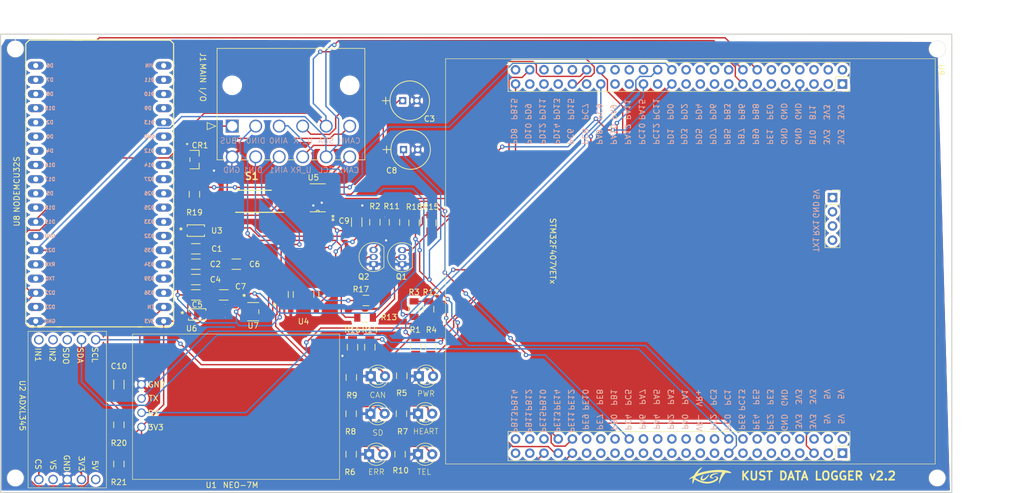
<source format=kicad_pcb>
(kicad_pcb (version 20240108) (generator "pcbnew") (generator_version "8.0")
  (layers (0 "F.Cu" signal) (31 "B.Cu" signal) (34 "B.Paste" user) (35 "F.Paste" user) (36 "B.SilkS" user "B.Silkscreen") (37 "F.SilkS" user "F.Silkscreen") (38 "B.Mask" user) (39 "F.Mask" user) (44 "Edge.Cuts" user))
  (net 0 "")
  (net 1 "GND")
  (net 2 "Net-(D1-A)")
  (net 3 "Net-(D2-A)")
  (net 4 "Net-(D3-A)")
  (net 5 "Net-(D4-A)")
  (net 6 "Net-(D5-A)")
  (net 7 "Net-(D6-A)")
  (net 8 "VBUS")
  (net 9 "/DIN0")
  (net 10 "/AIN0")
  (net 11 "/LOG_UART_TX")
  (net 12 "/ESP_I2C_SDA")
  (net 13 "/CANH")
  (net 14 "/DIN1")
  (net 15 "/AIN1")
  (net 16 "/LOG_UART_RX")
  (net 17 "/ESP_I2C_SCL")
  (net 18 "/CANL")
  (net 19 "Net-(Q1-B)")
  (net 20 "/STM_DIN0")
  (net 21 "Net-(Q2-B)")
  (net 22 "/STM_DIN1")
  (net 23 "/VSENSE")
  (net 24 "/STM_AIN0")
  (net 25 "+3.3V")
  (net 26 "/LED_ERR")
  (net 27 "/LED_HEARTBEAT")
  (net 28 "/LED_SD")
  (net 29 "/LED_CAN")
  (net 30 "/LED_TELEMETRY")
  (net 31 "/STM_AIN1")
  (net 32 "/GPS_UART_TX")
  (net 33 "/GPS_UART_RX")
  (net 34 "/CTX")
  (net 35 "/CRX")
  (net 36 "/ESP_COMM")
  (net 37 "/ACC_I2C_SCL")
  (net 38 "/ACC_I2C_SDA")
  (net 39 "/5V")
  (net 40 "Net-(U7-BYP)")
  (net 41 "Net-(R19-Pad2)")
  (net 97 "unconnected-(U9-PD2-Pad83)")
  (net 99 "unconnected-(U9-PD4-Pad85)")
  (net 103 "Net-(C10-Pad2)")
  (footprint "RC1206FR_0710KL:RC1206N_YAG" (layer "F.Cu") (at 110.6 99.6 90)
    (property "Reference" "R14")
    (property "Value" "470" (hide yes))
  )
  (footprint "LED_THT:LED_D3.0mm" (layer "F.Cu") (at 119.36 104.793)
    (property "Reference" "D1" (hide yes))
    (property "Value" "PWR" (hide yes))
  )
  (footprint "SN65HVD1050DR:D8" (layer "F.Cu") (at 101.2862 72.885 180)
    (property "Reference" "U5")
    (property "Value" "SN65HVD1050DR" (hide yes))
  )
  (footprint "footprints:GPS_MODULE" (layer "F.Cu") (at 87.5 110.0242)
    (property "Reference" "U1")
    (property "Value" "NEO-7M")
  )
  (footprint "RC1206FR_0710KL:RC1206N_YAG" (layer "F.Cu") (at 79.25 72.2528 -90)
    (property "Reference" "R19")
    (property "Value" "120k" (hide yes))
  )
  (footprint "RC1206FR_0710KL:RC1206N_YAG" (layer "F.Cu") (at 118.5 92.8 90)
    (property "Reference" "R3")
    (property "Value" "470" (hide yes))
  )
  (footprint "footprints:NODEMCU32S" (layer "F.Cu") (at 61.939 70.566 180)
    (property "Reference" "U8")
    (property "Value" "NODEMCU32S")
  )
  (footprint "RC1206FR_0710KL:RC1206N_YAG" (layer "F.Cu") (at 109.75 94.25 180)
    (property "Reference" "R13")
    (property "Value" "1k" (hide yes))
  )
  (footprint "LED_THT:LED_D3.0mm" (layer "F.Cu") (at 110.76 104.8)
    (property "Reference" "D5" (hide yes))
    (property "Value" "CAN" (hide yes))
  )
  (footprint "LED_THT:LED_D3.0mm" (layer "F.Cu") (at 110.71 111.5028)
    (property "Reference" "D4" (hide yes))
    (property "Value" "SD" (hide yes))
  )
  (footprint "CL31B106KOHNNWE:CAP_CL31_SAM" (layer "F.Cu") (at 108.25 77.222199 -90)
    (property "Reference" "C9")
    (property "Value" "0.1uF")
  )
  (footprint "RC1206FR_0710KL:RC1206N_YAG" (layer "F.Cu") (at 118.5 77.353 90)
    (property "Reference" "R18")
    (property "Value" "1k" (hide yes))
  )
  (footprint "RC1206FR_0710KL:RC1206N_YAG" (layer "F.Cu") (at 115 77.2528 -90)
    (property "Reference" "R11")
    (property "Value" "1.3k" (hide yes))
  )
  (footprint "RC1206FR_0710KL:RC1206N_YAG" (layer "F.Cu") (at 121.5 77.353 -90)
    (property "Reference" "R15")
    (property "Value" "1k" (hide yes))
  )
  (footprint "39301121:CON_39301121" (layer "F.Cu") (at 86.000042 60.052801 180)
    (property "Reference" "J1")
    (property "Value" "MAIN I/O")
  )
  (footprint "RC1206FR_0710KL:RC1206N_YAG" (layer "F.Cu") (at 107.25 118.7528 -90)
    (property "Reference" "R6")
    (property "Value" "220" (hide yes))
  )
  (footprint "CL31B106KOHNNWE:CAP_CL31_SAM" (layer "F.Cu") (at 79.5 87.5028)
    (property "Reference" "C4")
    (property "Value" "1uF" (hide yes))
  )
  (footprint "LED_THT:LED_D3.0mm" (layer "F.Cu") (at 119.21 111.5028)
    (property "Reference" "D3" (hide yes))
    (property "Value" "HEARTBEAT" (hide yes))
  )
  (footprint "MMSD4148T1G:SOD-123_ONS" (layer "F.Cu") (at 79.5 78.7528)
    (property "Reference" "U3")
    (property "Value" "MMSD4148T1G" (hide yes))
  )
  (footprint "ESDA6V1LY:SOT23-3L_STM" (layer "F.Cu") (at 79.266 66.049999 -90)
    (property "Reference" "CR1")
    (property "Value" "CDSOT23-T24CAN" (hide yes))
  )
  (footprint "RC1206FR_0710KL:RC1206N_YAG" (layer "F.Cu") (at 107.288 105.017 -90)
    (property "Reference" "R9")
    (property "Value" "220" (hide yes))
  )
  (footprint "MIC5219_3_3YM5_TR:SOT-23-5_M5_MCH" (layer "F.Cu") (at 89.75 93.2528)
    (property "Reference" "U7")
    (property "Value" "MIC5219-3.3YM5-TR" (hide yes))
  )
  (footprint "CL31B106KOHNNWE:CAP_CL31_SAM" (layer "F.Cu") (at 65.75 106.277801 90)
    (property "Reference" "C10")
    (property "Value" "10uF")
  )
  (footprint "RC1206FR_0710KL:RC1206N_YAG" (layer "F.Cu") (at 116.299 104.713 -90)
    (property "Reference" "R5")
    (property "Value" "220" (hide yes))
  )
  (footprint "RC1206FR_0710KL:RC1206N_YAG" (layer "F.Cu") (at 109.897 91.25 180)
    (property "Reference" "R17")
    (property "Value" "1k" (hide yes))
  )
  (footprint "RC1206FR_0710KL:RC1206N_YAG" (layer "F.Cu") (at 107.5 99.6 -90)
    (property "Reference" "R16")
    (property "Value" "910" (hide yes))
  )
  (footprint "RC1206FR_0710KL:RC1206N_YAG" (layer "F.Cu") (at 116.25 111.5028 -90)
    (property "Reference" "R7")
    (property "Value" "220" (hide yes))
  )
  (footprint "RC1206FR_0710KL:RC1206N_YAG" (layer "F.Cu") (at 65.75 113.5 90)
    (property "Reference" "R20")
    (property "Value" "2.7k" (hide yes))
  )
  (footprint "RC1206FR_0710KL:RC1206N_YAG" (layer "F.Cu") (at 118.8 99.4 -90)
    (property "Reference" "R1")
    (property "Value" "2.7K" (hide yes))
  )
  (footprint "RC1206FR_0710KL:RC1206N_YAG" (layer "F.Cu") (at 65.75 120.5 -90)
    (property "Reference" "R21")
    (property "Value" "2.7k" (hide yes))
  )
  (footprint "LED_THT:LED_D3.0mm" (layer "F.Cu") (at 119.21 118.7528)
    (property "Reference" "D6" (hide yes))
    (property "Value" "TELEMETRY" (hide yes))
  )
  (footprint "Package_TO_SOT_THT:TO-92_Inline" (layer "F.Cu") (at 116.36 84.77 90)
    (property "Reference" "Q1" (hide yes))
    (property "Value" "2N3904" (hide yes))
  )
  (footprint "CL31B106KOHNNWE:CAP_CL31_SAM" (layer "F.Cu") (at 79.5 90.2528)
    (property "Reference" "C5")
    (property "Value" "1uF" (hide yes))
  )
  (footprint "MMSD4148T1G:SOD-123_ONS" (layer "F.Cu") (at 79.75 93.7528)
    (property "Reference" "U6")
    (property "Value" "MMSD4148T1G" (hide yes))
  )
  (footprint "ESK107M025AE3EA:CAP_ESK_E3_KEM" (layer "F.Cu") (at 116.46 55.5028)
    (property "Reference" "C3")
    (property "Value" "220uF")
  )
  (footprint "CL31B106KOHNNWE:CAP_CL31_SAM" (layer "F.Cu") (at 79.5 82.0028 180)
    (property "Reference" "C1")
    (property "Value" "10uF" (hide yes))
  )
  (footprint "RC1206FR_0710KL:RC1206N_YAG" (layer "F.Cu") (at 121.1 92.8 -90)
    (property "Reference" "R12")
    (property "Value" "910" (hide yes))
  )
  (footprint "LIB_CFS-0102MB:SOD10040X470N" (layer "F.Cu") (at 89.8 73.5 180)
    (property "Reference" "S1")
    (property "Value" "CFS-0102MB" (hide yes))
  )
  (footprint "footprints:STM32F407_HOLDER" (layer "F.Cu") (at 167.5 83 -90)
    (property "Reference" "U9")
    (property "Value" "STM32F407VETx")
  )
  (footprint "CL31B106KOHNNWE:CAP_CL31_SAM" (layer "F.Cu") (at 79.5 84.7528 180)
    (property "Reference" "C2")
    (property "Value" "10uF")
  )
  (footprint "ESK107M025AE3EA:CAP_ESK_E3_KEM" (layer "F.Cu") (at 116.615 64.2528)
    (property "Reference" "C8")
    (property "Value" "220uF")
  )
  (footprint "CL31B106KOHNNWE:CAP_CL31_SAM" (layer "F.Cu") (at 84.5 90.2528)
    (property "Reference" "C7")
    (property "Value" "1uF" (hide yes))
  )
  (footprint "RC1206FR_0710KL:RC1206N_YAG" (layer "F.Cu") (at 111.5 77.2528 90)
    (property "Reference" "R2")
    (property "Value" "9.1k" (hide yes))
  )
  (footprint "RC1206FR_0710KL:RC1206N_YAG" (layer "F.Cu") (at 107.25 111.5028 -90)
    (property "Reference" "R8")
    (property "Value" "220" (hide yes))
  )
  (footprint "KUST_logo:logo2_KICAD" (layer "F.Cu") (at 171.5 122.7528)
    (property "Reference" "G***" (hide yes))
    (property "Value" "LOGO" (hide yes))
  )
  (footprint "RC1206FR_0710KL:RC1206N_YAG" (layer "F.Cu") (at 116 118.7528 -90)
    (property "Reference" "R10")
    (property "Value" "220" (hide yes))
  )
  (footprint "LED_THT:LED_D3.0mm" (layer "F.Cu") (at 110.46 118.7528)
    (property "Reference" "D2" (hide yes))
    (property "Value" "ERR" (hide yes))
  )
  (footprint "RC1206FR_0710KL:RC1206N_YAG" (layer "F.Cu") (at 121.5 99.4 -90)
    (property "Reference" "R4")
    (property "Value" "2.7K" (hide yes))
  )
  (footprint "Package_TO_SOT_THT:TO-92_Inline" (layer "F.Cu") (at 111.26 84.74 90)
    (property "Reference" "Q2")
    (property "Value" "2N3904" (hide yes))
  )
  (footprint "TLV1117_50IKVURG3:KVU3" (layer "F.Cu") (at 98.75 85.9052)
    (property "Reference" "U4")
    (property "Value" "TLV1117-50IKVURG3" (hide yes))
  )
  (footprint "footprints:ADXL345_MODULE" (layer "F.Cu") (at 56 111.25 -90)
    (property "Reference" "U2")
    (property "Value" "ADXL345")
  )
  (footprint "CL31B106KOHNNWE:CAP_CL31_SAM" (layer "F.Cu") (at 86.722199 84.7528)
    (property "Reference" "C6")
    (property "Value" "470pF" (hide yes))
  )
  (gr_circle (center 47.25 123.0028) (end 48.75 123.0028) (stroke (width 0.05)) (fill none) (layer "Edge.Cuts"))
  (gr_rect (start 44.6 43.6028) (end 214.6 125.6028) (stroke (width 0.2)) (fill none) (layer "Edge.Cuts"))
  (gr_circle (center 212 123.0028) (end 213.5 123.0028) (stroke (width 0.05)) (fill none) (layer "Edge.Cuts"))
  (gr_circle (center 212 46.2528) (end 213.5 46.2528) (stroke (width 0.05)) (fill none) (layer "Edge.Cuts"))
  (gr_circle (center 47.25 46.2528) (end 48.75 46.2528) (stroke (width 0.05)) (fill none) (layer "Edge.Cuts"))
  (gr_text "U_TX" (at 100.5 63.2528 0) (layer "B.SilkS") (effects (font (size 1 1) (thickness 0.1)) (justify left bottom mirror)))
  (gr_text "U_RX\n" (at 100.25 68.5028 0) (layer "B.SilkS") (effects (font (size 1 1) (thickness 0.1)) (justify left bottom mirror)))
  (gr_text "CANH" (at 109 63.2528 0) (layer "B.SilkS") (effects (font (size 1 1) (thickness 0.1)) (justify left bottom mirror)))
  (gr_text "AIN0" (at 96 63.2528 0) (layer "B.SilkS") (effects (font (size 1 1) (thickness 0.1)) (justify left bottom mirror)))
  (gr_text "SCL" (at 104.25 68.5028 0) (layer "B.SilkS") (effects (font (size 1 1) (thickness 0.1)) (justify left bottom mirror)))
  (gr_text "VBUS" (at 87.75 63.2528 0) (layer "B.SilkS") (effects (font (size 1 1) (thickness 0.1)) (justify left bottom mirror)))
  (gr_text "GND" (at 87.5 68.5028 0) (layer "B.SilkS") (effects (font (size 1 1) (thickness 0.1)) (justify left bottom mirror)))
  (gr_text "CANL" (at 108.75 68.5028 0) (layer "B.SilkS") (effects (font (size 1 1) (thickness 0.1)) (justify left bottom mirror)))
  (gr_text "SDA" (at 104.25 63.2528 0) (layer "B.SilkS") (effects (font (size 1 1) (thickness 0.1)) (justify left bottom mirror)))
  (gr_text "DIN1" (at 91.5 68.5028 0) (layer "B.SilkS") (effects (font (size 1 1) (thickness 0.1)) (justify left bottom mirror)))
  (gr_text "AIN1" (at 96 68.5028 0) (layer "B.SilkS") (effects (font (size 1 1) (thickness 0.1)) (justify left bottom mirror)))
  (gr_text "DIN0" (at 92 63.2528 0) (layer "B.SilkS") (effects (font (size 1 1) (thickness 0.1)) (justify left bottom mirror)))
  (gr_text "KUST DATA LOGGER v2.2" (at 176.75 123.5028 0) (layer "F.SilkS") (effects (font (size 1.5 1.5) (thickness 0.3) (bold yes)) (justify left bottom)))
  (gr_text "SD" (at 111 115.5028 0) (layer "F.SilkS") (effects (font (size 1 1) (thickness 0.1)) (justify left bottom)))
  (gr_text "ERR" (at 110.25 122.5028 0) (layer "F.SilkS") (effects (font (size 1 1) (thickness 0.1)) (justify left bottom)))
  (gr_text "PWR\n" (at 119 108.5028 0) (layer "F.SilkS") (effects (font (size 1 1) (thickness 0.1)) (justify left bottom)))
  (gr_text "CAN" (at 110.5 108.7528 0) (layer "F.SilkS") (effects (font (size 1 1) (thickness 0.1)) (justify left bottom)))
  (gr_text "TEL\n" (at 119 122.5028 0) (layer "F.SilkS") (effects (font (size 1 1) (thickness 0.1)) (justify left bottom)))
  (gr_text "HEART" (at 118.25 115.2528 0) (layer "F.SilkS") (effects (font (size 1 1) (thickness 0.1)) (justify left bottom)))
  (segment (start 187.5 55.2528) (end 187.439 55.1918) (width 0.25) (layer "F.Cu") (net 1))
  (segment (start 113.5 80.1498) (end 115 78.6498) (width 0.25) (layer "F.Cu") (net 1))
  (segment (start 103.5172 73.7528) (end 103.75 73.52) (width 0.25) (layer "F.Cu") (net 1))
  (segment (start 81.027801 87.5028) (end 81.027801 90.2528) (width 0.25) (layer "F.Cu") (net 1))
  (segment (start 102 73.7528) (end 103.5172 73.7528) (width 0.25) (layer "F.Cu") (net 1))
  (segment (start 107.3412 101.1558) (end 107.5 100.997) (width 0.25) (layer "F.Cu") (net 1))
  (segment (start 108.25 75.694398) (end 108.25 75.2528) (width 0.25) (layer "F.Cu") (net 1))
  (segment (start 89.1237 93.2528) (end 89.75 93.8791) (width 0.25) (layer "F.Cu") (net 1))
  (segment (start 77.972199 85.8028) (end 79.775179 85.8028) (width 0.25) (layer "F.Cu") (net 1))
  (segment (start 115 78.6498) (end 114.683522 78.6498) (width 0.25) (layer "F.Cu") (net 1))
  (segment (start 99.9628 74.79) (end 100.5 74.2528) (width 0.25) (layer "F.Cu") (net 1))
  (segment (start 84.75 92.0028) (end 86.027801 90.724999) (width 0.25) (layer "F.Cu") (net 1))
  (segment (start 105.7 101.1558) (end 107.3412 101.1558) (width 0.25) (layer "F.Cu") (net 1))
  (segment (start 81.027801 87.5028) (end 82.027801 88.5028) (width 0.25) (layer "F.Cu") (net 1))
  (segment (start 82.027801 88.5028) (end 85.327801 88.5028) (width 0.25) (layer "F.Cu") (net 1))
  (segment (start 77.972199 84.7528) (end 77.972199 85.8028) (width 0.25) (layer "F.Cu") (net 1))
  (segment (start 79.775179 85.8028) (end 81.027801 87.055422) (width 0.25) (layer "F.Cu") (net 1))
  (segment (start 88.75 95.5028) (end 86 95.5028) (width 0.25) (layer "F.Cu") (net 1))
  (segment (start 113.25 77.0028) (end 113.25 76.5808) (width 0.25) (layer "F.Cu") (net 1))
  (segment (start 86.027801 90.724999) (end 86.027801 90.2528) (width 0.25) (layer "F.Cu") (net 1))
  (segment (start 80.774693 66.049999) (end 82.738747 68.014053) (width 0.25) (layer "F.Cu") (net 1))
  (segment (start 77.972199 82.0028) (end 77.972199 84.7528) (width 0.25) (layer "F.Cu") (net 1))
  (segment (start 113.5 80.5028) (end 113.5 80.1498) (width 0.25) (layer "F.Cu") (net 1))
  (segment (start 103.75 73.52) (end 104.4612 73.52) (width 0.25) (layer "F.Cu") (net 1))
  (segment (start 102 74.96) (end 102.734398 75.694398) (width 0.25) (layer "F.Cu") (net 1))
  (segment (start 113.25 77.216278) (end 113.25 77.0028) (width 0.25) (layer "F.Cu") (net 1))
  (segment (start 89.75 93.8791) (end 89.75 94.5028) (width 0.25) (layer "F.Cu") (net 1))
  (segment (start 113.25 76.5808) (end 113.25 76.3308) (width 0.25) (layer "F.Cu") (net 1))
  (segment (start 85.327801 88.5028) (end 86.027801 89.2028) (width 0.25) (layer "F.Cu") (net 1))
  (segment (start 80.282 66.049999) (end 80.774693 66.049999) (width 0.25) (layer "F.Cu") (net 1))
  (segment (start 88.38475 93.2528) (end 89.1237 93.2528) (width 0.25) (layer "F.Cu") (net 1))
  (segment (start 86 95.5028) (end 84.75 94.2528) (width 0.25) (layer "F.Cu") (net 1))
  (segment (start 98.8224 74.79) (end 99.9628 74.79) (width 0.25) (layer "F.Cu") (net 1))
  (segment (start 187.439 52.52) (end 187.439 55.1918) (width 0.25) (layer "F.Cu") (net 1))
  (segment (start 89.75 94.5028) (end 88.75 95.5028) (width 0.25) (layer "F.Cu") (net 1))
  (segment (start 86.027801 89.2028) (end 86.027801 90.2528) (width 0.25) (layer "F.Cu") (net 1))
  (segment (start 81.027801 87.055422) (end 81.027801 87.5028) (width 0.25) (layer "F.Cu") (net 1))
  (segment (start 114.683522 78.6498) (end 113.25 77.216278) (width 0.25) (layer "F.Cu") (net 1))
  (segment (start 108.25 75.2528) (end 109.25 74.2528) (width 0.25) (layer "F.Cu") (net 1))
  (segment (start 102.734398 75.694398) (end 108.25 75.694398) (width 0.25) (layer "F.Cu") (net 1))
  (segment (start 102 73.7528) (end 102 74.96) (width 0.25) (layer "F.Cu") (net 1))
  (via (at 105.7 101.1558) (size 0.8) (drill 0.4) (layers "F.Cu" "B.Cu") (net 1))
  (via (at 113.5 80.5028) (size 0.8) (drill 0.4) (layers "F.Cu" "B.Cu") (net 1))
  (via (at 109.25 74.2528) (size 0.8) (drill 0.4) (layers "F.Cu" "B.Cu") (net 1))
  (via (at 100.5 74.2528) (size 0.8) (drill 0.4) (layers "F.Cu" "B.Cu") (net 1))
  (via micro (at 84.75 94.2528) (size 0.3) (drill 0.1) (layers "F.Cu" "B.Cu") (net 1))
  (via micro (at 113.25 76.3308) (size 0.3) (drill 0.1) (layers "F.Cu" "B.Cu") (net 1))
  (via (at 82.738747 68.014053) (size 0.8) (drill 0.4) (layers "F.Cu" "B.Cu") (net 1))
  (via (at 94.25 81.5028) (size 0.8) (drill 0.4) (layers "F.Cu" "B.Cu") (net 1))
  (via (at 102 73.7528) (size 0.8) (drill 0.4) (layers "F.Cu" "B.Cu") (net 1))
  (via micro (at 84.75 92.0028) (size 0.3) (drill 0.1) (layers "F.Cu" "B.Cu") (net 1))
  (segment (start 110.5 117.0028) (end 110.46 117.0428) (width 0.25) (layer "B.Cu") (net 1))
  (segment (start 111.985 106.025) (end 110.76 104.8) (width 0.25) (layer "B.Cu") (net 1))
  (segment (start 102 74.0028) (end 102 73.7528) (width 0.25) (layer "B.Cu") (net 1))
  (segment (start 85 68.0028) (end 85.950003 67.052797) (width 0.25) (layer "B.Cu") (net 1))
  (segment (start 101 81.2528) (end 104.5 84.7528) (width 0.25) (layer "B.Cu") (net 1))
  (segment (start 110.76 104.8) (end 110.76 111.377) (width 0.25) (layer "B.Cu") (net 1))
  (segment (start 111.8592 110.2778) (end 113.757412 110.2778) (width 0.25) (layer "B.Cu") (net 1))
  (segment (start 110.637 111.5) (end 111.8592 110.2778) (width 0.25) (layer "B.Cu") (net 1))
  (segment (start 101 81.2528) (end 100.3028 81.95) (width 0.25) (layer "B.Cu") (net 1))
  (segment (start 82.738747 68.014053) (end 82.75 68.0028) (width 0.25) (layer "B.Cu") (net 1))
  (segment (start 119.36 104.793) (end 118.128 106.025) (width 0.25) (layer "B.Cu") (net 1))
  (segment (start 110.5 111.637) (end 110.5 117.0028) (width 0.25) (layer "B.Cu") (net 1))
  (segment (start 110.637 111.5) (end 110.5 111.637) (width 0.25) (layer "B.Cu") (net 1))
  (segment (start 110 75.7528) (end 110 75.0028) (width 0.25) (layer "B.Cu") (net 1))
  (segment (start 104.5128 84.74) (end 111.26 84.74) (width 0.25) (layer "B.Cu") (net 1))
  (segment (start 116.135 84.77) (end 113.5 82.135) (width 0.25) (layer "B.Cu") (net 1))
  (segment (start 109.3 104.8) (end 105.7 101.2) (width 0.25) (layer "B.Cu") (net 1))
  (segment (start 113.757412 110.2778) (end 115.075612 111.596) (width 0.25) (layer "B.Cu") (net 1))
  (segment (start 100.3028 81.95) (end 95.1972 81.95) (width 0.25) (layer "B.Cu") (net 1))
  (segment (start 116.36 84.77) (end 116.135 84.77) (width 0.25) (layer "B.Cu") (net 1))
  (segment (start 118.128 106.025) (end 111.985 106.025) (width 0.25) (layer "B.Cu") (net 1))
  (segment (start 101 74.2528) (end 101 81.2528) (width 0.25) (layer "B.Cu") (net 1))
  (segment (start 110.4 117.3528) (end 110.5 117.2528) (width 0.25) (layer "B.Cu") (net 1))
  (segment (start 110.46 117.0428) (end 110.46 118.7528) (width 0.25) (layer "B.Cu") (net 1))
  (segment (start 95.1972 81.95) (end 94.75 81.5028) (width 0.25) (layer "B.Cu") (net 1))
  (segment (start 113.25 76.3308) (end 110.578 76.3308) (width 0.25) (layer "B.Cu") (net 1))
  (segment (start 94.75 81.5028) (end 94.25 81.5028) (width 0.25) (layer "B.Cu") (net 1))
  (segment (start 119.36 111.125) (end 119.36 104.793) (width 0.25) (layer "B.Cu") (net 1))
  (segment (start 82.75 68.0028) (end 85 68.0028) (width 0.25) (layer "B.Cu") (net 1))
  (segment (start 100.5 74.2528) (end 101 74.2528) (width 0.25) (layer "B.Cu") (net 1))
  (segment (start 116.33 84.74) (end 116.36 84.77) (width 0.25) (layer "B.Cu") (net 1))
  (segment (start 110.5 117.0028) (end 110.5 117.2528) (width 0.25) (layer "B.Cu") (net 1))
  (segment (start 104.5 84.7528) (end 104.5128 84.74) (width 0.25) (layer "B.Cu") (net 1))
  (segment (start 115.075612 111.596) (end 118.889 111.596) (width 0.25) (layer "B.Cu") (net 1))
  (segment (start 110.46 118.7528) (end 111.685 119.9778) (width 0.25) (layer "B.Cu") (net 1))
  (segment (start 117.985 119.9778) (end 119.21 118.7528) (width 0.25) (layer "B.Cu") (net 1))
  (segment (start 101 74.2528) (end 101.75 74.2528) (width 0.25) (layer "B.Cu") (net 1))
  (segment (start 101.75 74.2528) (end 102 74.0028) (width 0.25) (layer "B.Cu") (net 1))
  (segment (start 119.21 118.7528) (end 119.21 111.5028) (width 0.25) (layer "B.Cu") (net 1))
  (segment (start 105.7 101.2) (end 105.7 101.1558) (width 0.25) (layer "B.Cu") (net 1))
  (segment (start 118.889 111.596) (end 119.36 111.125) (width 0.25) (layer "B.Cu") (net 1))
  (segment (start 110.76 111.377) (end 110.637 111.5) (width 0.25) (layer "B.Cu") (net 1))
  (segment (start 111.685 119.9778) (end 117.985 119.9778) (width 0.25) (layer "B.Cu") (net 1))
  (segment (start 110 75.0028) (end 109.25 74.2528) (width 0.25) (layer "B.Cu") (net 1))
  (segment (start 110.76 104.8) (end 109.3 104.8) (width 0.25) (layer "B.Cu") (net 1))
  (segment (start 111.26 84.74) (end 116.33 84.74) (width 0.25) (layer "B.Cu") (net 1))
  (segment (start 110.578 76.3308) (end 110 75.7528) (width 0.25) (layer "B.Cu") (net 1))
  (segment (start 113.5 82.135) (end 113.5 80.5028) (width 0.25) (layer "B.Cu") (net 1))
  (segment (start 85.950003 67.052797) (end 85.950003 65.499999) (width 0.25) (layer "B.Cu") (net 1))
  (segment (start 84.75 92.0028) (end 84.75 94.2528) (width 0.25) (layer "B.Cu") (net 1))
  (segment (start 121.4 103.3) (end 121.384 103.316) (width 0.25) (layer "F.Cu") (net 2))
  (segment (start 121.9 103.8) (end 121.4 103.3) (width 0.25) (layer "F.Cu") (net 2))
  (segment (start 121.9 104.793) (end 121.9 103.8) (width 0.25) (layer "F.Cu") (net 2))
  (segment (start 121.384 103.316) (end 116.299 103.316) (width 0.25) (layer "F.Cu") (net 2))
  (segment (start 107.25 117.3558) (end 111.603 117.3558) (width 0.25) (layer "F.Cu") (net 3))
  (segment (start 111.603 117.3558) (end 113 118.7528) (width 0.25) (layer "F.Cu") (net 3))
  (segment (start 120.6042 110.107) (end 116.071 110.107) (width 0.25) (layer "F.Cu") (net 4))
  (segment (start 121.3 111.6) (end 121 111.3) (width 0.25) (layer "F.Cu") (net 4))
  (segment (start 121 110.5028) (end 120.6042 110.107) (width 0.25) (layer "F.Cu") (net 4))
  (segment (start 121 111.3) (end 121 110.5028) (width 0.25) (layer "F.Cu") (net 4))
  (segment (start 113 111.5) (end 112.879 111.379) (width 0.25) (layer "F.Cu") (net 5))
  (segment (start 113.177 111.5) (end 111.907 110.23) (width 0.25) (layer "F.Cu") (net 5))
  (segment (start 111.907 110.23) (end 107.086 110.23) (width 0.25) (layer "F.Cu") (net 5))
  (segment (start 113 111.5) (end 113.177 111.5) (width 0.25) (layer "F.Cu") (net 5))
  (segment (start 113.171 104.302) (end 112.069 103.2) (width 0.25) (layer "F.Cu") (net 6))
  (segment (start 112.069 103.2) (end 111.069896 103.2) (width 0.25) (layer "F.Cu") (net 6))
  (segment (start 111.069896 103.2) (end 111.056096 103.1862) (width 0.25) (layer "F.Cu") (net 6))
  (segment (start 111.056096 103.1862) (end 107.5968 103.1862) (width 0.25) (layer "F.Cu") (net 6))
  (segment (start 113.171 104.992) (end 113.206 105.027) (width 0.25) (layer "F.Cu") (net 6))
  (segment (start 107.5968 103.1862) (end 107.159 103.624) (width 0.25) (layer "F.Cu") (net 6))
  (segment (start 116 117.3558) (end 120.353 117.3558) (width 0.25) (layer "F.Cu") (net 7))
  (segment (start 120.353 117.3558) (end 121.75 118.7528) (width 0.25) (layer "F.Cu") (net 7))
  (segment (start 81.75 82.0028) (end 85.5 78.2528) (width 0.25) (layer "F.Cu") (net 8))
  (segment (start 110.647 79.5028) (end 110.5 79.5028) (width 0.25) (layer "F.Cu") (net 8))
  (segment (start 104.5 88.8547) (end 104.5 82.5028) (width 0.25) (layer "F.Cu") (net 8))
  (segment (start 108.5 79.7528) (end 110.25 79.7528) (width 0.25) (layer "F.Cu") (net 8))
  (segment (start 76.5 65.0028) (end 76.5 77.4292) (width 0.25) (layer "F.Cu") (net 8))
  (segment (start 89.25 78.2528) (end 85.5 78.2528) (width 0.25) (layer "F.Cu") (net 8))
  (segment (start 107.5 80.7528) (end 108.5 79.7528) (width 0.25) (layer "F.Cu") (net 8))
  (segment (start 77.8236 77.6792) (end 77.8236 78.7528) (width 0.25) (layer "F.Cu") (net 8))
  (segment (start 101.036 92.3187) (end 104.5 88.8547) (width 0.25) (layer "F.Cu") (net 8))
  (segment (start 111.5 78.6498) (end 110.647 79.5028) (width 0.25) (layer "F.Cu") (net 8))
  (segment (start 85.5 78.2528) (end 84 76.7528) (width 0.25) (layer "F.Cu") (net 8))
  (segment (start 81.449999 60.052801) (end 76.5 65.0028) (width 0.25) (layer "F.Cu") (net 8))
  (segment (start 110.5 79.5028) (end 110.25 79.7528) (width 0.25) (layer "F.Cu") (net 8))
  (segment (start 86.000042 60.052801) (end 81.449999 60.052801) (width 0.25) (layer "F.Cu") (net 8))
  (segment (start 76.5 77.4292) (end 77.505402 78.434602) (width 0.25) (layer "F.Cu") (net 8))
  (segment (start 78.75 76.7528) (end 77.8236 77.6792) (width 0.25) (layer "F.Cu") (net 8))
  (segment (start 81.027801 82.0028) (end 81.027801 84.7528) (width 0.25) (layer "F.Cu") (net 8))
  (segment (start 81.027801 82.0028) (end 81.75 82.0028) (width 0.25) (layer "F.Cu") (net 8))
  (segment (start 84 76.7528) (end 78.75 76.7528) (width 0.25) (layer "F.Cu") (net 8))
  (segment (start 90.75 79.7528) (end 89.25 78.2528) (width 0.25) (layer "F.Cu") (net 8))
  (segment (start 110.25 79.7528) (end 90.75 79.7528) (width 0.25) (layer "F.Cu") (net 8))
  (via (at 107.5 80.7528) (size 0.8) (drill 0.4) (layers "F.Cu" "B.Cu") (net 8))
  (via (at 104.5 82.5028) (size 0.8) (drill 0.4) (layers "F.Cu" "B.Cu") (net 8))
  (segment (start 85.950003 60.002762) (end 86.000042 60.052801) (width 0.25) (layer "B.Cu") (net 8))
  (segment (start 106.25 80.7528) (end 104.5 82.5028) (width 0.25) (layer "B.Cu") (net 8))
  (segment (start 85.950003 60) (end 85.950003 60.002762) (width 0.25) (layer "B.Cu") (net 8))
  (segment (start 107.5 80.7528) (end 106.25 80.7528) (width 0.25) (layer "B.Cu") (net 8))
  (segment (start 105.5 81.5028) (end 105.5 93.5028) (width 0.25) (layer "F.Cu") (net 9))
  (segment (start 104.4972 80.5) (end 105.5 81.5028) (width 0.25) (layer "F.Cu") (net 9))
  (segment (start 88.75 79.5028) (end 89.7472 80.5) (width 0.25) (layer "F.Cu") (net 9))
  (segment (start 105.5 93.5028) (end 106.2472 94.25) (width 0.25) (layer "F.Cu") (net 9))
  (segment (start 106.2472 94.25) (end 108.353 94.25) (width 0.25) (layer "F.Cu") (net 9))
  (segment (start 88.75 79.25) (end 88.75 79.5028) (width 0.25) (layer "F.Cu") (net 9))
  (segment (start 89.7472 80.5) (end 104.4972 80.5) (width 0.25) (layer "F.Cu") (net 9))
  (via (at 88.75 79.25) (size 0.8) (drill 0.4) (layers "F.Cu" "B.Cu") (net 9))
  (segment (start 87.425003 64.927803) (end 87.425003 62.724999) (width 0.25) (layer "B.Cu") (net 9))
  (segment (start 87.425003 62.724999) (end 90.150002 60) (width 0.25) (layer "B.Cu") (net 9))
  (segment (start 88.75 66.2528) (end 87.425003 64.927803) (width 0.25) (layer "B.Cu") (net 9))
  (segment (start 88.75 79.25) (end 88.75 66.2528) (width 0.25) (layer "B.Cu") (net 9))
  (segment (start 94.40004 60.052801) (end 94.40004 60.050039) (width 0.25) (layer "F.Cu") (net 10))
  (segment (start 118.053 93.75) (end 118.5 94.197) (width 0.25) (layer "F.Cu") (net 10))
  (segment (start 94.40004 60.050039) (end 94.350001 60) (width 0.25) (layer "F.Cu") (net 10))
  (segment (start 116.5 93.75) (end 118.053 93.75) (width 0.25) (layer "F.Cu") (net 10))
  (segment (start 94.543698 59.472199) (end 94.754 59.682501) (width 0.25) (layer "F.Cu") (net 10))
  (segment (start 94.922202 59.472199) (end 95.200003 59.75) (width 0.25) (layer "F.Cu") (net 10))
  (via (at 116.5 93.75) (size 0.8) (drill 0.4) (layers "F.Cu" "B.Cu") (net 10))
  (segment (start 100.5 64.523654) (end 100.5 66.2528) (width 0.25) (layer "B.Cu") (net 10))
  (segment (start 118.25 71.2528) (end 120.25 73.2528) (width 0.25) (layer "B.Cu") (net 10))
  (segment (start 116.25 93.5) (end 116.5 93.75) (width 0.25) (layer "B.Cu") (net 10))
  (segment (start 94.350001 60) (end 95.976346 60) (width 0.25) (layer "B.Cu") (net 10))
  (segment (start 100.5 66.2528) (end 102 67.7528) (width 0.25) (layer "B.Cu") (net 10))
  (segment (start 116.25 91.5) (end 116.25 93.5) (width 0.25) (layer "B.Cu") (net 10))
  (segment (start 105 67.7528) (end 106 68.7528) (width 0.25) (layer "B.Cu") (net 10))
  (segment (start 106 68.7528) (end 106 72.0028) (width 0.25) (layer "B.Cu") (net 10))
  (segment (start 113 71.2528) (end 118.25 71.2528) (width 0.25) (layer "B.Cu") (net 10))
  (segment (start 95.976346 60) (end 100.5 64.523654) (width 0.25) (layer "B.Cu") (net 10))
  (segment (start 106.5 72.5028) (end 111.75 72.5028) (width 0.25) (layer "B.Cu") (net 10))
  (segment (start 106 72.0028) (end 106.5 72.5028) (width 0.25) (layer "B.Cu") (net 10))
  (segment (start 120.25 73.2528) (end 120.25 87.5) (width 0.25) (layer "B.Cu") (net 10))
  (segment (start 120.25 87.5) (end 116.25 91.5) (width 0.25) (layer "B.Cu") (net 10))
  (segment (start 102 67.7528) (end 105 67.7528) (width 0.25) (layer "B.Cu") (net 10))
  (segment (start 111.75 72.5028) (end 113 71.2528) (width 0.25) (layer "B.Cu") (net 10))
  (segment (start 104.5 58.470803) (end 104.5 60.438806) (width 0.25) (layer "F.Cu") (net 11))
  (segment (start 150.704 50.546) (end 150.704 49.454) (width 0.25) (layer "F.Cu") (net 11))
  (segment (start 147.7528 46.5028) (end 112.75 46.5028) (width 0.25) (layer "F.Cu") (net 11))
  (segment (start 100.050001 61.5) (end 98.550001 60) (width 0.25) (layer "F.Cu") (net 11))
  (segment (start 103.411005 61.527801) (end 102.189073 61.527801) (width 0.25) (layer "F.Cu") (net 11))
  (segment (start 147.677299 52.52) (end 149.042299 51.155) (width 0.25) (layer "F.Cu") (net 11))
  (segment (start 112.75 46.5028) (end 111.5 47.7528) (width 0.25) (layer "F.Cu") (net 11))
  (segment (start 104.5 60.438806) (end 103.411005 61.527801) (width 0.25) (layer "F.Cu") (net 11))
  (segment (start 111.5 47.7528) (end 111.5 51.470803) (width 0.25) (layer "F.Cu") (net 11))
  (segment (start 111.5 51.470803) (end 104.5 58.470803) (width 0.25) (layer "F.Cu") (net 11))
  (segment (start 102.161272 61.5) (end 100.050001 61.5) (width 0.25) (layer "F.Cu") (net 11))
  (segment (start 149.042299 51.155) (end 150.095 51.155) (width 0.25) (layer "F.Cu") (net 11))
  (segment (start 150.095 51.155) (end 150.704 50.546) (width 0.25) (layer "F.Cu") (net 11))
  (segment (start 102.189073 61.527801) (end 102.161272 61.5) (width 0.25) (layer "F.Cu") (net 11))
  (segment (start 146.799 52.52) (end 147.677299 52.52) (width 0.25) (layer "F.Cu") (net 11))
  (segment (start 150.704 49.454) (end 147.7528 46.5028) (width 0.25) (layer "F.Cu") (net 11))
  (segment (start 51.5762 78.6738) (end 49.5762 78.6738) (width 0.25) (layer "F.Cu") (net 12))
  (segment (start 81.0028 57.75) (end 77 61.7528) (width 0.25) (layer "F.Cu") (net 12))
  (segment (start 175.914 49.493299) (end 172.670701 46.25) (width 0.25) (layer "F.Cu") (net 12))
  (segment (start 49.5 121.7528) (end 48.75 121.0028) (width 0.25) (layer "F.Cu") (net 12))
  (segment (start 50.956299 124.447) (end 49.5 122.990701) (width 0.25) (layer "F.Cu") (net 12))
  (segment (start 49.5762 78.6738) (end 48 80.25) (width 0.25) (layer "F.Cu") (net 12))
  (segment (start 64.6999 121.897) (end 63.553 120.7501) (width 0.25) (layer "F.Cu") (net 12))
  (segment (start 48 80.25) (end 48 87.75) (width 0.25) (layer "F.Cu") (net 12))
  (segment (start 177.279 52.52) (end 175.914 51.155) (width 0.25) (layer "F.Cu") (net 12))
  (segment (start 77 63.396608) (end 74.646608 65.75) (width 0.25) (layer "F.Cu") (net 12))
  (segment (start 155.563604 46.813604) (end 154.0028 45.2528) (width 0.25) (layer "F.Cu") (net 12))
  (segment (start 63.553 120.7501) (end 61.2499 120.7501) (width 0.25) (layer "F.Cu") (net 12))
  (segment (start 65.75 121.897) (end 64.6999 121.897) (width 0.25) (layer "F.Cu") (net 12))
  (segment (start 175.914 51.155) (end 175.914 49.493299) (width 0.25) (layer "F.Cu") (net 12))
  (segment (start 170 46.25) (end 169.436396 46.813604) (width 0.25) (layer "F.Cu") (net 12))
  (segment (start 60.238 123.758701) (end 59.549701 124.447) (width 0.25) (layer "F.Cu") (net 12))
  (segment (start 48.75 121.0028) (end 48.75 92.01) (width 0.25) (layer "F.Cu") (net 12))
  (segment (start 172.670701 46.25) (end 170 46.25) (width 0.25) (layer "F.Cu") (net 12))
  (segment (start 154.0028 45.2528) (end 108.4972 45.2528) (width 0.25) (layer "F.Cu") (net 12))
  (segment (start 61.2499 120.7501) (end 60.238 121.762) (width 0.25) (layer "F.Cu") (net 12))
  (segment (start 64.5 65.75) (end 51.5762 78.6738) (width 0.25) (layer "F.Cu") (net 12))
  (segment (start 59.549701 124.447) (end 50.956299 124.447) (width 0.25) (layer "F.Cu") (net 12))
  (segment (start 77 61.7528) (end 77 63.396608) (width 0.25) (layer "F.Cu") (net 12))
  (segment (start 107 46.75) (end 101.75 46.75) (width 0.25) (layer "F.Cu") (net 12))
  (segment (start 50.12 89.87) (end 50.89 89.87) (width 0.25) (layer "F.Cu") (net 12))
  (segment (start 74.646608 65.75) (end 64.5 65.75) (width 0.25) (layer "F.Cu") (net 12))
  (segment (start 169.436396 46.813604) (end 155.563604 46.813604) (width 0.25) (layer "F.Cu") (net 12))
  (segment (start 100.5 57.75) (end 81.0028 57.75) (width 0.25) (layer "F.Cu") (net 12))
  (segment (start 60.238 121.762) (end 60.238 123.758701) (width 0.25) (layer "F.Cu") (net 12))
  (segment (start 49.5 122.990701) (end 49.5 121.7528) (width 0.25) (layer "F.Cu") (net 12))
  (segment (start 48.75 92.01) (end 50.89 89.87) (width 0.25) (layer "F.Cu") (net 12))
  (segment (start 102.75 60) (end 100.5 57.75) (width 0.25) (layer "F.Cu") (net 12))
  (segment (start 108.4972 45.2528) (end 107 46.75) (width 0.25) (layer "F.Cu") (net 12))
  (segment (start 48 87.75) (end 50.12 89.87) (width 0.25) (layer "F.Cu") (net 12))
  (via (at 101.75 46.75) (size 0.8) (drill 0.4) (layers "F.Cu" "B.Cu") (net 12))
  (segment (start 100.5 56) (end 102.75 58.25) (width 0.25) (layer "B.Cu") (net 12))
  (segment (start 102.75 58.25) (end 102.75 60) (width 0.25) (layer "B.Cu") (net 12))
  (segment (start 101.75 46.75) (end 100.5 48) (width 0.25) (layer "B.Cu") (net 12))
  (segment (start 100.5 48) (end 100.5 56) (width 0.25) (layer "B.Cu") (net 12))
  (segment (start 98.1112 73.52) (end 96.9662 72.375) (width 0.25) (layer "F.Cu") (net 13))
  (segment (start 103.5028 62.25) (end 104.25 61.5028) (width 0.25) (layer "F.Cu") (net 13))
  (segment (start 85.1 69.35) (end 85.1 73.5) (width 0.25) (layer "F.Cu") (net 13))
  (segment (start 83.599998 62.25) (end 103.5028 62.25) (width 0.25) (layer "F.Cu") (net 13))
  (segment (start 80.75 65.099998) (end 80.849998 65.099998) (width 0.25) (layer "F.Cu") (net 13))
  (segment (start 86.225 72.375) (end 85.1 73.5) (width 0.25) (layer "F.Cu") (net 13))
  (segment (start 98.8224 73.52) (end 98.1112 73.52) (width 0.25) (layer "F.Cu") (net 13))
  (segment (start 105.550039 61.5028) (end 107.000038 60.052801) (width 0.25) (layer "F.Cu") (net 13))
  (segment (start 80.849998 65.099998) (end 85.1 69.35) (width 0.25) (layer "F.Cu") (net 13))
  (segment (start 106.5 60.449999) (end 106.949999 60) (width 0.25) (layer "F.Cu") (net 13))
  (segment (start 80.75 65.099998) (end 83.599998 62.25) (width 0.25) (layer "F.Cu") (net 13))
  (segment (start 96.9662 72.375) (end 86.225 72.375) (width 0.25) (layer "F.Cu") (net 13))
  (segment (start 78.25 65.099998) (end 80.75 65.099998) (width 0.25) (layer "F.Cu") (net 13))
  (segment (start 104.25 61.5028) (end 105.550039 61.5028) (width 0.25) (layer "F.Cu") (net 13))
  (segment (start 106.7528 91.25) (end 106.75 91.2528) (width 0.25) (layer "F.Cu") (net 14))
  (segment (start 108.5 91.25) (end 106.7528 91.25) (width 0.25) (layer "F.Cu") (net 14))
  (via (at 106.75 91.2528) (size 0.8) (drill 0.4) (layers "F.Cu" "B.Cu") (net 14))
  (segment (start 102.702189 91.2528) (end 90.150002 78.700613) (width 0.25) (layer "B.Cu") (net 14))
  (segment (start 106.75 91.2528) (end 102.702189 91.2528) (width 0.25) (layer "B.Cu") (net 14))
  (segment (start 90.150002 78.700613) (end 90.150002 65.499999) (width 0.25) (layer "B.Cu") (net 14))
  (segment (start 96.0111 81.225) (end 94.75 82.4861) (width 0.25) (layer "F.Cu") (net 15))
  (segment (start 94.75 82.4861) (end 94.75 89.116404) (width 0.25) (layer "F.Cu") (net 15))
  (segment (start 93.775 95.875) (end 99.7808 101.8808) (width 0.25) (layer "F.Cu") (net 15))
  (segment (start 99.7808 101.8808) (end 109.7162 101.8808) (width 0.25) (layer "F.Cu") (net 15))
  (segment (start 94.75 89.116404) (end 94 89.866404) (width 0.25) (layer "F.Cu") (net 15))
  (segment (start 93.775 93.952495) (end 93.775 95.875) (width 0.25) (layer "F.Cu") (net 15))
  (segment (start 94 93.727495) (end 93.775 93.952495) (width 0.25) (layer "F.Cu") (net 15))
  (segment (start 94 89.866404) (end 94 93.727495) (width 0.25) (layer "F.Cu") (net 15))
  (segment (start 98 81.225) (end 96.0111 81.225) (width 0.25) (layer "F.Cu") (net 15))
  (segment (start 109.7162 101.8808) (end 110.6 100.997) (width 0.25) (layer "F.Cu") (net 15))
  (via (at 98 81.225) (size 0.8) (drill 0.4) (layers "F.Cu" "B.Cu") (net 15))
  (segment (start 91.25 68.6) (end 94.350001 65.499999) (width 0.25) (layer "B.Cu") (net 15))
  (segment (start 98 81.225) (end 98 79.2528) (width 0.25) (layer "B.Cu") (net 15))
  (segment (start 91.25 72.5028) (end 91.25 68.6) (width 0.25) (layer "B.Cu") (net 15))
  (segment (start 98 79.2528) (end 91.25 72.5028) (width 0.25) (layer "B.Cu") (net 15))
  (segment (start 139.75 48.5028) (end 140.354 49.1068) (width 0.25) (layer "F.Cu") (net 16))
  (segment (start 117.5 48.5028) (end 139.75 48.5028) (width 0.25) (layer "F.Cu") (net 16))
  (segment (start 109.25 56.7528) (end 117.5 48.5028) (width 0.25) (layer "F.Cu") (net 16))
  (segment (start 100.5 63.5028) (end 106.5 63.5028) (width 0.25) (layer "F.Cu") (net 16))
  (segment (start 148.164 51.155) (end 149.339 49.98) (width 0.25) (layer "F.Cu") (net 16))
  (segment (start 109.25 60.7528) (end 109.25 56.7528) (width 0.25) (layer "F.Cu") (net 16))
  (segment (start 141.042299 51.155) (end 148.164 51.155) (width 0.25) (layer "F.Cu") (net 16))
  (segment (start 100.5 63.55) (end 100.5 63.5028) (width 0.25) (layer "F.Cu") (net 16))
  (segment (start 140.354 50.466701) (end 141.042299 51.155) (width 0.25) (layer "F.Cu") (net 16))
  (segment (start 106.5 63.5028) (end 109.25 60.7528) (width 0.25) (layer "F.Cu") (net 16))
  (segment (start 98.550001 65.499999) (end 100.5 63.55) (width 0.25) (layer "F.Cu") (net 16))
  (segment (start 140.354 49.1068) (end 140.354 50.466701) (width 0.25) (layer "F.Cu") (net 16))
  (segment (start 104.25 45.525) (end 105.0222 44.7528) (width 0.25) (layer "F.Cu") (net 17))
  (segment (start 63 82.25) (end 50.89 82.25) (width 0.25) (layer "F.Cu") (net 17))
  (segment (start 63.75 83) (end 63 82.25) (width 0.25) (layer "F.Cu") (net 17))
  (segment (start 172.0518 44.7528) (end 177.279 49.98) (width 0.25) (layer "F.Cu") (net 17))
  (segment (start 65.75 112.103) (end 65.75 110.75) (width 0.25) (layer "F.Cu") (net 17))
  (segment (start 63.75 108.75) (end 63.75 83) (width 0.25) (layer "F.Cu") (net 17))
  (segment (start 105.0222 44.7528) (end 172.0518 44.7528) (width 0.25) (layer "F.Cu") (net 17))
  (segment (start 65.75 110.75) (end 63.75 108.75) (width 0.25) (layer "F.Cu") (net 17))
  (via (at 104.25 45.525) (size 0.8) (drill 0.4) (layers "F.Cu" "B.Cu") (net 17))
  (segment (start 50.89 82.25) (end 72.7138 60.4262) (width 0.25) (layer "B.Cu") (net 17))
  (segment (start 103.7278 45.525) (end 104.25 45.525) (width 0.25) (layer "B.Cu") (net 17))
  (segment (start 102.75 56.5028) (end 102.75 46.5028) (width 0.25) (layer "B.Cu") (net 17))
  (segment (start 102.75 65.499999) (end 105 63.249999) (width 0.25) (layer "B.Cu") (net 17))
  (segment (start 72.7138 60.4262) (end 74.890408 60.4262) (width 0.25) (layer "B.Cu") (net 17))
  (segment (start 74.890408 60.4262) (end 76.962808 58.3538) (width 0.25) (layer "B.Cu") (net 17))
  (segment (start 102.75 62.114033) (end 102.75 65.499999) (width 0.25) (layer "B.Cu") (net 17))
  (segment (start 98.989767 58.3538) (end 102.75 62.114033) (width 0.25) (layer "B.Cu") (net 17))
  (segment (start 102.75 46.5028) (end 103.7278 45.525) (width 0.25) (layer "B.Cu") (net 17))
  (segment (start 105 58.7528) (end 102.75 56.5028) (width 0.25) (layer "B.Cu") (net 17))
  (segment (start 105 63.249999) (end 105 58.7528) (width 0.25) (layer "B.Cu") (net 17))
  (segment (start 76.962808 58.3538) (end 98.989767 58.3538) (width 0.25) (layer "B.Cu") (net 17))
  (segment (start 82.75 71) (end 80.897 71) (width 0.25) (layer "F.Cu") (net 18))
  (segment (start 96.8612 71) (end 86.5 71) (width 0.25) (layer "F.Cu") (net 18))
  (segment (start 78.25 67) (end 78.25 68.353) (width 0.25) (layer "F.Cu") (net 18))
  (segment (start 100.199998 72.25) (end 106.949999 65.499999) (width 0.25) (layer "F.Cu") (net 18))
  (segment (start 98.1112 72.25) (end 96.8612 71) (width 0.25) (layer "F.Cu") (net 18))
  (segment (start 98.8224 72.25) (end 98.1112 72.25) (width 0.25) (layer "F.Cu") (net 18))
  (segment (start 80.897 71) (end 80.75 70.853) (width 0.25) (layer "F.Cu") (net 18))
  (segment (start 78.25 68.353) (end 80.75 70.853) (width 0.25) (layer "F.Cu") (net 18))
  (segment (start 98.8224 72.25) (end 100.199998 72.25) (width 0.25) (layer "F.Cu") (net 18))
  (via (at 82.75 71) (size 0.8) (drill 0.4) (layers "F.Cu" "B.Cu") (net 18))
  (via (at 86.5 71) (size 0.8) (drill 0.4) (layers "F.Cu" "B.Cu") (net 18))
  (segment (start 86.5 71) (end 82.75 71) (width 0.25) (layer "B.Cu") (net 18))
  (segment (start 111.147 94.25) (end 111.7528 94.25) (width 0.25) (layer "F.Cu") (net 19))
  (segment (start 115.36 83.5) (end 116.36 83.5) (width 0.25) (layer "F.Cu") (net 19))
  (segment (start 115 83.86) (end 115.36 83.5) (width 0.25) (layer "F.Cu") (net 19))
  (segment (start 115 91.0028) (end 115 83.86) (width 0.25) (layer "F.Cu") (net 19))
  (segment (start 111.7528 94.25) (end 115 91.0028) (width 0.25) (layer "F.Cu") (net 19))
  (segment (start 118.02 82.23) (end 116.36 82.23) (width 0.25) (layer "F.Cu") (net 20))
  (segment (start 122.5501 78.75) (end 136.639 64.6611) (width 0.25) (layer "F.Cu") (net 20))
  (segment (start 136.639 64.6611) (end 136.639 52.52) (width 0.25) (layer "F.Cu") (net 20))
  (segment (start 121.5 78.75) (end 122.5501 78.75) (width 0.25) (layer "F.Cu") (net 20))
  (segment (start 121.5 78.75) (end 118.02 82.23) (width 0.25) (layer "F.Cu") (net 20))
  (segment (start 111.294 86.794) (end 111.294 91.25) (width 0.25) (layer "F.Cu") (net 21))
  (segment (start 109.75 85.25) (end 111.294 86.794) (width 0.25) (layer "F.Cu") (net 21))
  (segment (start 109.75 83.98) (end 109.75 85.25) (width 0.25) (layer "F.Cu") (net 21))
  (segment (start 111.26 83.47) (end 110.26 83.47) (width 0.25) (layer "F.Cu") (net 21))
  (segment (start 110.26 83.47) (end 109.75 83.98) (width 0.25) (layer "F.Cu") (net 21))
  (segment (start 117 77.139522) (end 117 79.7528) (width 0.25) (layer "F.Cu") (net 22))
  (segment (start 137.814 51.345) (end 135.905 51.345) (width 0.25) (layer "F.Cu") (net 22))
  (segment (start 135.464 65.199704) (end 124.410904 76.2528) (width 0.25) (layer "F.Cu") (net 22))
  (segment (start 118.5 75.956) (end 118.183522 75.956) (width 0.25) (layer "F.Cu") (net 22))
  (segment (start 118.183522 75.956) (end 117 77.139522) (width 0.25) (layer "F.Cu") (net 22))
  (segment (start 111.9972 81.2528) (end 111.26 81.99) (width 0.25) (layer "F.Cu") (net 22))
  (segment (start 123.740198 76.2528) (end 123.315503 75.828105) (width 0.25) (layer "F.Cu") (net 22))
  (segment (start 119.9532 74.5028) (end 118.5 75.956) (width 0.25) (layer "F.Cu") (net 22))
  (segment (start 123.315503 75.828105) (end 123.315503 75.290453) (width 0.25) (layer "F.Cu") (net 22))
  (segment (start 124.410904 76.2528) (end 123.740198 76.2528) (width 0.25) (layer "F.Cu") (net 22))
  (segment (start 111.26 81.99) (end 111.26 82.2) (width 0.25) (layer "F.Cu") (net 22))
  (segment (start 135.905 51.345) (end 135.464 51.786) (width 0.25) (layer "F.Cu") (net 22))
  (segment (start 122.52785 74.5028) (end 119.9532 74.5028) (width 0.25) (layer "F.Cu") (net 22))
  (segment (start 115.5 81.2528) (end 111.9972 81.2528) (width 0.25) (layer "F.Cu") (net 22))
  (segment (start 123.315503 75.290453) (end 122.52785 74.5028) (width 0.25) (layer "F.Cu") (net 22))
  (segment (start 117 79.7528) (end 115.5 81.2528) (width 0.25) (layer "F.Cu") (net 22))
  (segment (start 139.179 49.98) (end 137.814 51.345) (width 0.25) (layer "F.Cu") (net 22))
  (segment (start 135.464 51.786) (end 135.464 65.199704) (width 0.25) (layer "F.Cu") (net 22))
  (segment (start 122.268303 73.5028) (end 124.040503 75.275) (width 0.25) (layer "F.Cu") (net 23))
  (segment (start 138.5 100.7528) (end 135.75 98.0028) (width 0.25) (layer "F.Cu") (net 23))
  (segment (start 115 75.8558) (end 117.353 73.5028) (width 0.25) (layer "F.Cu") (net 23))
  (segment (start 138.5 101) (end 138.5 100.7528) (width 0.25) (layer "F.Cu") (net 23))
  (segment (start 123.9986 86.2514) (end 127.75 90.0028) (width 0.25) (layer "F.Cu") (net 23))
  (segment (start 111.5 75.8558) (end 115 75.8558) (width 0.25) (layer "F.Cu") (net 23))
  (segment (start 117.353 73.5028) (end 122.268303 73.5028) (width 0.25) (layer "F.Cu") (net 23))
  (segment (start 115.5 75.956) (end 115.5 75.5028) (width 0.25) (layer "F.Cu") (net 23))
  (via (at 138.5 101) (size 0.8) (drill 0.4) (layers "F.Cu" "B.Cu") (net 23))
  (via (at 123.9986 86.2514) (size 0.8) (drill 0.4) (layers "F.Cu" "B.Cu") (net 23))
  (via (at 135.75 98.0028) (size 0.8) (drill 0.4) (layers "F.Cu" "B.Cu") (net 23))
  (via (at 127.75 90.0028) (size 0.8) (drill 0.4) (layers "F.Cu" "B.Cu") (net 23))
  (via (at 124.040503 75.275) (size 0.8) (drill 0.4) (layers "F.Cu" "B.Cu") (net 23))
  (segment (start 124.040503 86.209497) (end 123.9986 86.2514) (width 0.25) (layer "B.Cu") (net 23))
  (segment (start 156.959 116.0222) (end 141.9368 101) (width 0.25) (layer "B.Cu") (net 23))
  (segment (start 141.9368 101) (end 138.5 101) (width 0.25) (layer "B.Cu") (net 23))
  (segment (start 124.040503 75.275) (end 124.040503 86.209497) (width 0.25) (layer "B.Cu") (net 23))
  (segment (start 127.75 90.0028) (end 135.75 98.0028) (width 0.25) (layer "B.Cu") (net 23))
  (segment (start 124.199695 91.725) (end 123.877695 91.403) (width 0.25) (layer "F.Cu") (net 24))
  (segment (start 118.5 91.403) (end 121.1 91.403) (width 0.25) (layer "F.Cu") (net 24))
  (segment (start 123.877695 91.403) (end 121.1 91.403) (width 0.25) (layer "F.Cu") (net 24))
  (segment (start 124.25 94.4) (end 124.25 91.7528) (width 0.25) (layer "F.Cu") (net 24))
  (via (at 124.25 94.4) (size 0.8) (drill 0.4) (layers "F.Cu" "B.Cu") (net 24))
  (segment (start 176.1 115.6) (end 176.1 115.9) (width 0.25) (layer "B.Cu") (net 24))
  (segment (start 124.25 95.35) (end 128.2 99.3) (width 0.25) (layer "B.Cu") (net 24))
  (segment (start 159.868501 99.3) (end 176.068501 115.5) (width 0.25) (layer "B.Cu") (net 24))
  (segment (start 174.739 118.5622) (end 176.104 117.1972) (width 0.25) (layer "B.Cu") (net 24))
  (segment (start 176.104 117.1972) (end 176.104 115.535499) (width 0.25) (layer "B.Cu") (net 24))
  (segment (start 124.25 94.4) (end 124.25 95.35) (width 0.25) (layer "B.Cu") (net 24))
  (segment (start 128.2 99.3) (end 159.868501 99.3) (width 0.25) (layer "B.Cu") (net 24))
  (segment (start 68.647 119.103) (end 69.796 117.954) (width 0.25) (layer "F.Cu") (net 25))
  (segment (start 119.5 86) (end 119.5 82.25) (width 0.25) (layer "F.Cu") (net 25))
  (segment (start 69.796 117.954) (end 69.796 113.841) (width 0.25) (layer "F.Cu") (net 25))
  (segment (start 86.784403 92.5278) (end 83.025 92.5278) (width 0.25) (layer "F.Cu") (net 25))
  (segment (start 69.796 113.841) (end 68.74 114.897) (width 0.25) (layer "F.Cu") (net 25))
  (segment (start 118.8 100.797) (end 116.4 100.797) (width 0.25) (layer "F.Cu") (net 25))
  (segment (start 90 90.0028) (end 89.309403 90.0028) (width 0.25) (layer "F.Cu") (net 25))
  (segment (start 189.979 118.5622) (end 188.614 117.1972) (width 0.25) (layer "F.Cu") (net 25))
  (segment (start 73.75 109.887) (end 69.796 113.841) (width 0.25) (layer "F.Cu") (net 25))
  (segment (start 91.11525 91.11805) (end 91.11525 92.302799) (width 0.25) (layer "F.Cu") (net 25))
  (segment (start 60.897 119.103) (end 65.75 119.103) (width 0.25) (layer "F.Cu") (net 25))
  (segment (start 118.5 78.75) (end 118.816478 78.75) (width 0.25) (layer "F.Cu") (net 25))
  (segment (start 89.309403 90.0028) (end 86.784403 92.5278) (width 0.25) (layer "F.Cu") (net 25))
  (segment (start 90 90.0028) (end 91.11525 91.11805) (width 0.25) (layer "F.Cu") (net 25))
  (segment (start 59.063 120.937) (end 60.897 119.103) (width 0.25) (layer "F.Cu") (net 25))
  (segment (start 114.8 102.397) (end 114.8 105.3) (width 0.25) (layer "F.Cu") (net 25))
  (segment (start 120 76.4059) (end 120.4499 75.956) (width 0.25) (layer "F.Cu") (net 25))
  (segment (start 80 95.2528) (end 81.4264 93.8264) (width 0.25) (layer "F.Cu") (net 25))
  (segment (start 114.8 105.3) (end 115.61 106.11) (width 0.25) (layer "F.Cu") (net 25))
  (segment (start 52.5 121) (end 51.443 122.057) (width 0.25) (layer "F.Cu") (net 25))
  (segment (start 65.75 119.103) (end 68.647 119.103) (width 0.25) (layer "F.Cu") (net 25))
  (segment (start 120.4499 75.956) (end 121.5 75.956) (width 0.25) (layer "F.Cu") (net 25))
  (segment (start 75.75 95.2528) (end 80 95.2528) (width 0.25) (layer "F.Cu") (net 25))
  (segment (start 115.61 106.11) (end 116.299 106.11) (width 0.25) (layer "F.Cu") (net 25))
  (segment (start 73.75 94.95) (end 73.75 109.887) (width 0.25) (layer "F.Cu") (net 25))
  (segment (start 118.75 80.25) (end 118.75 79) (width 0.25) (layer "F.Cu") (net 25))
  (segment (start 118.8 100.797) (end 121.5 100.797) (width 0.25) (layer "F.Cu") (net 25))
  (segment (start 57.8955 121) (end 52.5 121) (width 0.25) (layer "F.Cu") (net 25))
  (segment (start 59.063 123.272) (end 59.063 122.1675) (width 0.25) (layer "F.Cu") (net 25))
  (segment (start 116.299 106.299) (end 116.299 106.11) (width 0.25) (layer "F.Cu") (net 25))
  (segment (start 188.614 117.1972) (end 188.614 114.314) (width 0.25) (layer "F.Cu") (net 25))
  (segment (start 118.816478 78.75) (end 120 77.566478) (width 0.25) (layer "F.Cu") (net 25))
  (segment (start 117.4 107.4) (end 116.299 106.299) (width 0.25) (layer "F.Cu") (net 25))
  (segment (start 118.75 79) (end 118.5 78.75) (width 0.25) (layer "F.Cu") (net 25))
  (segment (start 126.3 97.0471) (end 122.5501 100.797) (width 0.25) (layer "F.Cu") (net 25))
  (segment (start 82.25 90.974999) (end 82.972199 90.2528) (width 0.25) (layer "F.Cu") (net 25))
  (segment (start 187.5 113.2) (end 133.1 113.2) (width 0.25) (layer "F.Cu") (net 25))
  (segment (start 59.063 122.1675) (end 57.8955 121) (width 0.25) (layer "F.Cu") (net 25))
  (segment (start 188.614 114.314) (end 187.5 113.2) (width 0.25) (layer "F.Cu") (net 25))
  (segment (start 122.5501 100.797) (end 121.5 100.797) (width 0.25) (layer "F.Cu") (net 25))
  (segment (start 133.1 113.2) (end 127.3 107.4) (width 0.25) (layer "F.Cu") (net 25))
  (segment (start 127.3 107.4) (end 117.4 107.4) (width 0.25) (layer "F.Cu") (net 25))
  (segment (start 83.025 92.5278) (end 82.25 91.7528) (width 0.25) (layer "F.Cu") (net 25))
  (segment (start 59.063 123.272) (end 59.063 120.937) (width 0.25) (layer "F.Cu") (net 25))
  (segment (start 81.8 93.7528) (end 83.025 92.5278) (width 0.25) (layer "F.Cu") (net 25))
  (segment (start 124.5 91) (end 119.5 86) (width 0.25) (layer "F.Cu") (net 25))
  (segment (start 81.4264 93.8264) (end 81.4264 93.7528) (width 0.25) (layer "F.Cu") (net 25))
  (segment (start 120 77.566478) (end 120 76.4059) (width 0.25) (layer "F.Cu") (net 25))
  (segment (start 82.25 91.7528) (end 82.25 90.974999) (width 0.25) (layer "F.Cu") (net 25))
  (segment (start 75.4472 94.95) (end 75.75 95.2528) (width 0.25) (layer "F.Cu") (net 25))
  (segment (start 116.68 106.11) (end 116.299 106.11) (width 0.25) (layer "F.Cu") (net 25))
  (segment (start 126.3 95.2) (end 126.3 97.0471) (width 0.25) (layer "F.Cu") (net 25))
  (segment (start 81.4264 93.7528) (end 81.8 93.7528) (width 0.25) (layer "F.Cu") (net 25))
  (segment (start 68.74 114.897) (end 65.75 114.897) (width 0.25) (layer "F.Cu") (net 25))
  (segment (start 116.4 100.797) (end 114.8 102.397) (width 0.25) (layer "F.Cu") (net 25))
  (segment (start 73.75 94.95) (end 75.4472 94.95) (width 0.25) (layer "F.Cu") (net 25))
  (segment (start 51.443 122.057) (end 51.443 123.272) (width 0.25) (layer "F.Cu") (net 25))
  (via (at 90 90.0028) (size 0.8) (drill 0.4) (layers "F.Cu" "B.Cu") (net 25))
  (via (at 119.5 82.25) (size 0.8) (drill 0.4) (layers "F.Cu" "B.Cu") (net 25))
  (via (at 124.5 91) (size 0.8) (drill 0.4) (layers "F.Cu" "B.Cu") (net 25))
  (via (at 121.25 87.5028) (size 0.8) (drill 0.4) (layers "F.Cu" "B.Cu") (net 25))
  (via (at 118.75 80.25) (size 0.8) (drill 0.4) (layers "F.Cu" "B.Cu") (net 25))
  (via (at 126.3 95.2) (size 0.8) (drill 0.4) (layers "F.Cu" "B.Cu") (net 25))
  (segment (start 111.25 93.5028) (end 118.75 86.0028) (width 0.25) (layer "B.Cu") (net 25))
  (segment (start 123.25 80.2528) (end 121.25 82.2528) (width 0.25) (layer "B.Cu") (net 25))
  (segment (start 126.3 95.2) (end 125.25 94.15) (width 0.25) (layer "B.Cu") (net 25))
  (segment (start 119.5 81) (end 119.5 82.25) (width 0.25) (layer "B.Cu") (net 25))
  (segment (start 121.25 82.2528) (end 121.25 87.5028) (width 0.25) (layer "B.Cu") (net 25))
  (segment (start 125.25 91.75) (end 124.5 91) (width 0.25) (layer "B.Cu") (net 25))
  (segment (start 118.75 80.25) (end 119.5 81) (width 0.25) (layer "B.Cu") (net 25))
  (segment (start 94.5 93.5028) (end 111.25 93.5028) (width 0.25) (layer "B.Cu") (net 25))
  (segment (start 91 90.0028) (end 94.5 93.5028) (width 0.25) (layer "B.Cu") (net 25))
  (segment (start 125.25 94.15) (end 125.25 91.75) (width 0.25) (layer "B.Cu") (net 25))
  (segment (start 90 90.0028) (end 91 90.0028) (width 0.25) (layer "B.Cu") (net 25))
  (segment (start 116.615 64.2528) (end 116.615 65.3678) (width 0.25) (layer "B.Cu") (net 25))
  (segment (start 118.75 86.0028) (end 118.75 80.25) (width 0.25) (layer "B.Cu") (net 25))
  (segment (start 116.615 65.3678) (end 123.25 72.0028) (width 0.25) (layer "B.Cu") (net 25))
  (segment (start 123.25 72.0028) (end 123.25 80.2528) (width 0.25) (layer "B.Cu") (net 25))
  (segment (start 142.3584 123.0028) (end 146.799 118.5622) (width 0.25) (layer "F.Cu") (net 26))
  (segment (start 107.25 120.1498) (end 107.25 122.2528) (width 0.25) (layer "F.Cu") (net 26))
  (segment (start 108 123.0028) (end 142.3584 123.0028) (width 0.25) (layer "F.Cu") (net 26))
  (segment (start 107.25 122.2528) (end 108 123.0028) (width 0.25) (layer "F.Cu") (net 26))
  (segment (start 141.7 114.1) (end 143 115.4) (width 0.25) (layer "F.Cu") (net 27))
  (segment (start 135.4028 114.1) (end 141.7 114.1) (width 0.25) (layer "F.Cu") (net 27))
  (segment (start 117.5558 114.2528) (end 135.25 114.2528) (width 0.25) (layer "F.Cu") (net 27))
  (segment (start 143 116.7) (end 143.6 117.3) (width 0.25) (layer "F.Cu") (net 27))
  (segment (start 145.5212 117.3) (end 146.799 116.0222) (width 0.25) (layer "F.Cu") (net 27))
  (segment (start 116.2 112.897) (end 117.5558 114.2528) (width 0.25) (layer "F.Cu") (net 27))
  (segment (start 143.6 117.3) (end 145.5212 117.3) (width 0.25) (layer "F.Cu") (net 27))
  (segment (start 135.25 114.2528) (end 135.4028 114.1) (width 0.25) (layer "F.Cu") (net 27))
  (segment (start 143 115.4) (end 143 116.7) (width 0.25) (layer "F.Cu") (net 27))
  (segment (start 109.5648 115.5028) (end 134.267899 115.5028) (width 0.25) (layer "F.Cu") (net 28))
  (segment (start 143.6622 118.5622) (end 144.259 118.5622) (width 0.25) (layer "F.Cu") (net 28))
  (segment (start 134.267899 115.5028) (end 136.152299 117.3872) (width 0.25) (layer "F.Cu") (net 28))
  (segment (start 136.152299 117.3872) (end 142.4872 117.3872) (width 0.25) (layer "F.Cu") (net 28))
  (segment (start 142.4872 117.3872) (end 143.6622 118.5622) (width 0.25) (layer "F.Cu") (net 28))
  (segment (start 107.086 113.024) (end 109.5648 115.5028) (width 0.25) (layer "F.Cu") (net 28))
  (segment (start 141.8868 113.65) (end 144.259 116.0222) (width 0.25) (layer "F.Cu") (net 29))
  (segment (start 107.159 106.418) (end 106.506 106.418) (width 0.25) (layer "F.Cu") (net 29))
  (segment (start 107.288 106.414) (end 109.074 108.2) (width 0.25) (layer "F.Cu") (net 29))
  (segment (start 127.3 108.2) (end 132.75 113.65) (width 0.25) (layer "F.Cu") (net 29))
  (segment (start 109.074 108.2) (end 127.3 108.2) (width 0.25) (layer "F.Cu") (net 29))
  (segment (start 132.75 113.65) (end 141.8868 113.65) (width 0.25) (layer "F.Cu") (net 29))
  (segment (start 137.75 122.5028) (end 137.75 122.5312) (width 0.25) (layer "F.Cu") (net 30))
  (segment (start 116 120.1498) (end 116 122.0028) (width 0.25) (layer "F.Cu") (net 30))
  (segment (start 116.5 122.5028) (end 137.75 122.5028) (width 0.25) (layer "F.Cu") (net 30))
  (segment (start 116 122.0028) (end 116.5 122.5028) (width 0.25) (layer "F.Cu") (net 30))
  (segment (start 137.75 122.5312) (end 141.719 118.5622) (width 0.25) (layer "F.Cu") (net 30))
  (segment (start 112.8 98.2) (end 112.797 98.203) (width 0.25) (layer "F.Cu") (net 31))
  (segment (start 112.797 98.203) (end 110.6 98.203) (width 0.25) (layer "F.Cu") (net 31))
  (segment (start 110.6 98.203) (end 107.5 98.203) (width 0.25) (layer "F.Cu") (net 31))
  (segment (start 110.597 98.2) (end 110.6 98.203) (width 0.25) (layer "F.Cu") (net 31))
  (via (at 112.8 98.2) (size 0.8) (drill 0.4) (layers "F.Cu" "B.Cu") (net 31))
  (segment (start 112.8 98.2) (end 114.5 99.9) (width 0.25) (layer "B.Cu") (net 31))
  (segment (start 114.5 99.9) (end 158.6168 99.9) (width 0.25) (layer "B.Cu") (net 31))
  (segment (start 158.6168 99.9) (end 174.739 116.0222) (width 0.25) (layer "B.Cu") (net 31))
  (segment (start 101.825 96.175) (end 99.25 98.75) (width 0.25) (layer "F.Cu") (net 32))
  (segment (start 154.75 59.5) (end 154.75 65) (width 0.25) (layer "F.Cu") (net 32))
  (segment (start 123.575 96.175) (end 101.825 96.175) (width 0.25) (layer "F.Cu") (net 32))
  (segment (start 154.75 65) (end 123.575 96.175) (width 0.25) (layer "F.Cu") (net 32))
  (via (at 154.75 59.5) (size 0.8) (drill 0.4) (layers "F.Cu" "B.Cu") (net 32))
  (via (at 99.25 98.75) (size 0.8) (drill 0.4) (layers "F.Cu" "B.Cu") (net 32))
  (segment (start 154.75 59.5) (end 159.499 54.751) (width 0.25) (layer "B.Cu") (net 32))
  (segment (start 99.25 100.5) (end 88.449 111.301) (width 0.25) (layer "B.Cu") (net 32))
  (segment (start 99.25 98.75) (end 99.25 100.5) (width 0.25) (layer "B.Cu") (net 32))
  (segment (start 88.449 111.301) (end 69.796 111.301) (width 0.25) (layer "B.Cu") (net 32))
  (segment (start 159.499 54.751) (end 159.499 52.52) (width 0.25) (layer "B.Cu") (net 32))
  (segment (start 125.5 85.75) (end 131.25 85.75) (width 0.25) (layer "F.Cu") (net 33))
  (segment (start 150.1 67) (end 131.3 85.8) (width 0.25) (layer "F.Cu") (net 33))
  (segment (start 131.25 85.75) (end 131.3 85.8) (width 0.25) (layer "F.Cu") (net 33))
  (segment (start 150.1 61.9) (end 150.1 67) (width 0.25) (layer "F.Cu") (net 33))
  (via (at 150.1 61.9) (size 0.8) (drill 0.4) (layers "F.Cu" "B.Cu") (net 33))
  (via (at 125.5 85.75) (size 0.8) (drill 0.4) (layers "F.Cu" "B.Cu") (net 33))
  (segment (start 150.1 61.9) (end 150.1 61.5) (width 0.25) (layer "B.Cu") (net 33))
  (segment (start 158.134 53.466) (end 158.134 51.866) (width 0.25) (layer "B.Cu") (net 33))
  (segment (start 150.1 61.5) (end 158.134 53.466) (width 0.25) (layer "B.Cu") (net 33))
  (segment (start 81.8042 96.7528) (end 114.522505 96.7528) (width 0.25) (layer "B.Cu") (net 33))
  (segment (start 69.796 108.761) (end 81.8042 96.7528) (width 0.25) (layer "B.Cu") (net 33))
  (segment (start 160.8595 51.1595) (end 162.039 49.98) (width 0.25) (layer "B.Cu") (net 33))
  (segment (start 158.8405 51.1595) (end 160.8595 51.1595) (width 0.25) (layer "B.Cu") (net 33))
  (segment (start 114.522505 96.7528) (end 125.5 85.775305) (width 0.25) (layer "B.Cu") (net 33))
  (segment (start 125.5 85.775305) (end 125.5 85.75) (width 0.25) (layer "B.Cu") (net 33))
  (segment (start 158.134 51.866) (end 158.8405 51.1595) (width 0.25) (layer "B.Cu") (net 33))
  (segment (start 153 60.75) (end 150.987347 58.737347) (width 0.25) (layer "F.Cu") (net 34))
  (segment (start 104.4156 74.1244) (end 105.0656 74.1244) (width 0.25) (layer "F.Cu") (net 34))
  (segment (start 105.0656 74.1244) (end 106.1872 73.0028) (width 0.25) (layer "F.Cu") (net 34))
  (segment (start 103.75 74.79) (end 104.4156 74.1244) (width 0.25) (layer "F.Cu") (net 34))
  (segment (start 154.025 60.75) (end 153 60.75) (width 0.25) (layer "F.Cu") (net 34))
  (segment (start 106.1872 73.0028) (end 124.9972 73.0028) (width 0.25) (layer "F.Cu") (net 34))
  (segment (start 124.9972 73.0028) (end 134.25 63.75) (width 0.25) (layer "F.Cu") (net 34))
  (via (at 154.025 60.75) (size 0.8) (drill 0.4) (layers "F.Cu" "B.Cu") (net 34))
  (via (at 150.987347 58.737347) (size 0.8) (drill 0.4) (layers "F.Cu" "B.Cu") (net 34))
  (via (at 134.25 63.75) (size 0.8) (drill 0.4) (layers "F.Cu" "B.Cu") (net 34))
  (segment (start 134.25 63.75) (end 146 63.75) (width 0.25) (layer "B.Cu") (net 34))
  (segment (start 156.349 60.75) (end 164.579 52.52) (width 0.25) (layer "B.Cu") (net 34))
  (segment (start 151 58.75) (end 150.987347 58.737347) (width 0.25) (layer "B.Cu") (net 34))
  (segment (start 146 63.75) (end 151 58.75) (width 0.25) (layer "B.Cu") (net 34))
  (segment (start 154.025 60.75) (end 156.349 60.75) (width 0.25) (layer "B.Cu") (net 34))
  (segment (start 106.98 70.98) (end 107 71) (width 0.25) (layer "F.Cu") (net 35))
  (segment (start 103.75 70.98) (end 106.98 70.98) (width 0.25) (layer "F.Cu") (net 35))
  (via (at 107 71) (size 0.8) (drill 0.4) (layers "F.Cu" "B.Cu") (net 35))
  (segment (start 136.152299 48.805) (end 124.75 60.207299) (width 0.25) (layer "B.Cu") (net 35))
  (segment (start 124.75 60.207299) (end 114.045501 60.207299) (width 0.25) (layer "B.Cu") (net 35))
  (segment (start 114.045501 60.207299) (end 109.2472 65.0056) (width 0.25) (layer "B.Cu") (net 35))
  (segment (start 109.2472 65.0056) (end 109.2472 68.7528) (width 0.25) (layer "B.Cu") (net 35))
  (segment (start 109.2472 68.7528) (end 107 71) (width 0.25) (layer "B.Cu") (net 35))
  (segment (start 163.404 48.805) (end 136.152299 48.805) (width 0.25) (layer "B.Cu") (net 35))
  (segment (start 164.579 49.98) (end 163.404 48.805) (width 0.25) (layer "B.Cu") (net 35))
  (segment (start 62.2472 44.2528) (end 54.75 51.75) (width 0.25) (layer "F.Cu") (net 36))
  (segment (start 54.75 72.946608) (end 50.89 76.806608) (width 0.25) (layer "F.Cu") (net 36))
  (segment (start 54.75 51.75) (end 54.75 72.946608) (width 0.25) (layer "F.Cu") (net 36))
  (segment (start 50.89 76.806608) (end 50.89 77.17) (width 0.25) (layer "F.Cu") (net 36))
  (segment (start 174.0918 44.2528) (end 62.2472 44.2528) (width 0.25) (layer "F.Cu") (net 36))
  (segment (start 179.819 49.98) (end 174.0918 44.2528) (width 0.25) (layer "F.Cu") (net 36))
  (segment (start 118.8 98.003) (end 117.7498 98.003) (width 0.25) (layer "F.Cu") (net 37))
  (segment (start 118.103 98.003) (end 117 96.9) (width 0.25) (layer "F.Cu") (net 37))
  (segment (start 113.0166 102.7362) (end 80.4862 102.7362) (width 0.25) (layer "F.Cu") (net 37))
  (segment (start 117.7498 98.003) (end 113.0166 102.7362) (width 0.25) (layer "F.Cu") (net 37))
  (segment (start 80.4862 102.7362) (end 76.75 99) (width 0.25) (layer "F.Cu") (net 37))
  (segment (start 118.8 98.003) (end 118.103 98.003) (width 0.25) (layer "F.Cu") (net 37))
  (via (at 117 96.9) (size 0.8) (drill 0.4) (layers "F.Cu" "B.Cu") (net 37))
  (via (at 76.75 99) (size 0.8) (drill 0.4) (layers "F.Cu" "B.Cu") (net 37))
  (segment (start 76.75 99) (end 76.022 98.272) (width 0.25) (layer "B.Cu") (net 37))
  (segment (start 117 96.9) (end 117 95.5) (width 0.25) (layer "B.Cu") (net 37))
  (segment (start 151.879 58.871) (end 151.879 52.52) (width 0.25) (layer "B.Cu") (net 37))
  (segment (start 117 95.5) (end 149 63.5) (width 0.25) (layer "B.Cu") (net 37))
  (segment (start 149 61.75) (end 151.879 58.871) (width 0.25) (layer "B.Cu") (net 37))
  (segment (start 149 63.5) (end 149 61.75) (width 0.25) (layer "B.Cu") (net 37))
  (segment (start 76.022 98.272) (end 61.603 98.272) (width 0.25) (layer "B.Cu") (net 37))
  (segment (start 155.784 56.534) (end 153.054 53.804) (width 0.25) (layer "F.Cu") (net 38))
  (segment (start 121.5 98.003) (end 123.633396 98.003) (width 0.25) (layer "F.Cu") (net 38))
  (segment (start 123.633396 98.383396) (end 123.266792 98.75) (width 0.25) (layer "F.Cu") (net 38))
  (segment (start 123.266792 98.75) (end 123.25 98.75) (width 0.25) (layer "F.Cu") (net 38))
  (segment (start 125.6 96.036396) (end 125.6 95.525305) (width 0.25) (layer "F.Cu") (net 38))
  (segment (start 123.633396 98.003) (end 125.6 96.036396) (width 0.25) (layer "F.Cu") (net 38))
  (segment (start 125.6 95.525305) (end 125.575 95.500305) (width 0.25) (layer "F.Cu") (net 38))
  (segment (start 153.054 53.804) (end 153.054 51.791396) (width 0.25) (layer "F.Cu") (net 38))
  (segment (start 155.784 64.690695) (end 155.784 56.534) (width 0.25) (layer "F.Cu") (net 38))
  (segment (start 123.633396 98.003) (end 123.633396 98.383396) (width 0.25) (layer "F.Cu") (net 38))
  (segment (start 125.575 95.500305) (end 125.575 94.899695) (width 0.25) (layer "F.Cu") (net 38))
  (segment (start 125.575 94.899695) (end 155.784 64.690695) (width 0.25) (layer "F.Cu") (net 38))
  (segment (start 153.054 51.791396) (end 151.879 50.616396) (width 0.25) (layer "F.Cu") (net 38))
  (segment (start 151.879 50.616396) (end 151.879 49.98) (width 0.25) (layer "F.Cu") (net 38))
  (via (at 123.25 98.75) (size 0.8) (drill 0.4) (layers "F.Cu" "B.Cu") (net 38))
  (segment (start 63.2472 110) (end 59.063 105.8158) (width 0.25) (layer "B.Cu") (net 38))
  (segment (start 113.100305 97.475) (end 83.275 97.475) (width 0.25) (layer "B.Cu") (net 38))
  (segment (start 114.375305 98.75) (end 113.100305 97.475) (width 0.25) (layer "B.Cu") (net 38))
  (segment (start 70.75 110) (end 63.2472 110) (width 0.25) (layer "B.Cu") (net 38))
  (segment (start 123.25 98.75) (end 114.375305 98.75) (width 0.25) (layer "B.Cu") (net 38))
  (segment (start 83.275 97.475) (end 70.75 110) (width 0.25) (layer "B.Cu") (net 38))
  (segment (start 59.063 105.8158) (end 59.063 98.272) (width 0.25) (layer "B.Cu") (net 38))
  (segment (start 81.1764 78.7528) (end 80.25 78.7528) (width 0.25) (layer "F.Cu") (net 39))
  (segment (start 113 66.5028) (end 113 58.2528) (width 0.25) (layer "F.Cu") (net 39))
  (segment (start 76.25 87.474999) (end 76.277801 87.5028) (width 0.25) (layer "F.Cu") (net 39))
  (segment (start 87.549999 94.202801) (end 86.695799 93.348601) (width 0.25) (layer "F.Cu") (net 39))
  (segment (start 76.277801 87.5028) (end 77.972199 87.5028) (width 0.25) (layer "F.Cu") (net 39))
  (segment (start 113 58.2528) (end 115.75 55.5028) (width 0.25) (layer "F.Cu") (net 39))
  (segment (start 115.75 55.5028) (end 116.46 55.5028) (width 0.25) (layer "F.Cu") (net 39))
  (segment (start 77.5 80.2528) (end 76.25 81.5028) (width 0.25) (layer "F.Cu") (net 39))
  (segment (start 101.25 72.7528) (end 101.7528 72.25) (width 0.25) (layer "F.Cu") (net 39))
  (segment (start 101.25 75.2528) (end 101.25 72.7528) (width 0.25) (layer "F.Cu") (net 39))
  (segment (start 77.972199 90.2528) (end 76.25 90.2528) (width 0.25) (layer "F.Cu") (net 39))
  (segment (start 103.75 72.25) (end 107.2528 72.25) (width 0.25) (layer "F.Cu") (net 39))
  (segment (start 76.25 81.5028) (end 76.25 87.474999) (width 0.25) (layer "F.Cu") (net 39))
  (segment (start 104.7472 78.75) (end 101.25 75.2528) (width 0.25) (layer "F.Cu") (net 39))
  (segment (start 86.695799 93.2528) (end 86.5 93.2528) (width 0.25) (layer "F.Cu") (net 39))
  (segment (start 107.2528 72.25) (end 113 66.5028) (width 0.25) (layer "F.Cu") (net 39))
  (segment (start 102.75 81.7528) (end 103.5 81.7528) (width 0.25) (layer "F.Cu") (net 39))
  (segment (start 87.6458 92.302799) (end 88.38475 92.302799) (width 0.25) (layer "F.Cu") (net 39))
  (segment (start 80.25 78.7528) (end 78.75 80.2528) (width 0.25) (layer "F.Cu") (net 39))
  (segment (start 98.75 85.7528) (end 102.75 81.7528) (width 0.25) (layer "F.Cu") (net 39))
  (segment (start 78.0736 90.354201) (end 77.972199 90.2528) (width 0.25) (layer "F.Cu") (net 39))
  (segment (start 87 92.948599) (end 87.6458 92.302799) (width 0.25) (layer "F.Cu") (net 39))
  (segment (start 98.75 85.7528) (end 94.5 90.0028) (width 0.25) (layer "F.Cu") (net 39))
  (segment (start 108.25 78.75) (end 104.7472 78.75) (width 0.25) (layer "F.Cu") (net 39))
  (segment (start 76.25 90.2528) (end 76.25 87.474999) (width 0.25) (layer "F.Cu") (net 39))
  (segment (start 87.549999 94.202801) (end 88.38475 94.202801) (width 0.25) (layer "F.Cu") (net 39))
  (segment (start 101.7528 72.25) (end 103.75 72.25) (width 0.25) (layer "F.Cu") (net 39))
  (segment (start 78.0736 93.7528) (end 78.0736 90.354201) (width 0.25) (layer "F.Cu") (net 39))
  (segment (start 78.75 80.2528) (end 77.5 80.2528) (width 0.25) (layer "F.Cu") (net 39))
  (segment (start 94.5 90.0028) (end 94.5 94.2528) (width 0.25) (layer "F.Cu") (net 39))
  (segment (start 86.695799 93.348601) (end 86.695799 93.2528) (width 0.25) (layer "F.Cu") (net 39))
  (segment (start 86.695799 93.2528) (end 87 92.948599) (width 0.25) (layer "F.Cu") (net 39))
  (via (at 86.695799 93.2528) (size 0.8) (drill 0.4) (layers "F.Cu" "B.Cu") (net 39))
  (via (at 94.5 94.2528) (size 0.8) (drill 0.4) (layers "F.Cu" "B.Cu") (net 39))
  (via (at 104.7472 78.75) (size 0.8) (drill 0.4) (layers "F.Cu" "B.Cu") (net 39))
  (via (at 76.25 90.2528) (size 0.8) (drill 0.4) (layers "F.Cu" "B.Cu") (net 39))
  (via (at 103.5 81.7528) (size 0.8) (drill 0.4) (layers "F.Cu" "B.Cu") (net 39))
  (segment (start 80.5 95.2528) (end 76.25 91.0028) (width 0.25) (layer "B.Cu") (net 39))
  (segment (start 93 95.7528) (end 87.25 95.7528) (width 0.25) (layer "B.Cu") (net 39))
  (segment (start 104.75 78.7528) (end 104.7472 78.75) (width 0.25) (layer "B.Cu") (net 39))
  (segment (start 76.25 91.0028) (end 76.25 90.2528) (width 0.25) (layer "B.Cu") (net 39))
  (segment (start 87.25 95.7528) (end 86.75 95.2528) (width 0.25) (layer "B.Cu") (net 39))
  (segment (start 94.5 94.2528) (end 93 95.7528) (width 0.25) (layer "B.Cu") (net 39))
  (segment (start 104.75 80.5028) (end 104.75 78.7528) (width 0.25) (layer "B.Cu") (net 39))
  (segment (start 103.5 81.7528) (end 104.75 80.5028) (width 0.25) (layer "B.Cu") (net 39))
  (segment (start 86.75 95.2528) (end 86.75 93.307001) (width 0.25) (layer "B.Cu") (net 39))
  (segment (start 86.75 93.307001) (end 86.695799 93.2528) (width 0.25) (layer "B.Cu") (net 39))
  (segment (start 86.75 95.2528) (end 80.5 95.2528) (width 0.25) (layer "B.Cu") (net 39))
  (segment (start 92.5 89.5028) (end 92.5 92.818051) (width 0.25) (layer "F.Cu") (net 40))
  (segment (start 92.5 92.818051) (end 91.11525 94.202801) (width 0.25) (layer "F.Cu") (net 40))
  (segment (start 85.194398 84.7528) (end 85.194398 85.447198) (width 0.25) (layer "F.Cu") (net 40))
  (segment (start 91.5 88.5028) (end 92.5 89.5028) (width 0.25) (layer "F.Cu") (net 40))
  (segment (start 88.25 88.5028) (end 91.5 88.5028) (width 0.25) (layer "F.Cu") (net 40))
  (segment (start 85.194398 85.447198) (end 88.25 88.5028) (width 0.25) (layer "F.Cu") (net 40))
  (segment (start 83.103 76) (end 92.25 76) (width 0.25) (layer "F.Cu") (net 41))
  (segment (start 80.7528 73.6498) (end 80.8029 73.6999) (width 0.25) (layer "F.Cu") (net 41))
  (segment (start 80.75 73.647) (end 80.8029 73.6999) (width 0.25) (layer "F.Cu") (net 41))
  (segment (start 79.25 73.6498) (end 80.7528 73.6498) (width 0.25) (layer "F.Cu") (net 41))
  (segment (start 92.25 76) (end 94.5 73.75) (width 0.25) (layer "F.Cu") (net 41))
  (segment (start 94.5 73.75) (end 94.5 73.5) (width 0.25) (layer "F.Cu") (net 41))
  (segment (start 80.8029 73.6999) (end 83.103 76) (width 0.25) (layer "F.Cu") (net 41))
  (segment (start 167.119 49.369) (end 167.119 49.98) (width 0.25) (layer "B.Cu") (net 97))
  (segment (start 170.02 49.98) (end 170.2 49.8) (width 0.25) (layer "F.Cu") (net 99))
  (segment (start 169.659 49.98) (end 170.02 49.98) (width 0.25) (layer "F.Cu") (net 99))
  (segment (start 67.5028 104.75) (end 69.5 102.7528) (width 0.25) (layer "F.Cu") (net 103))
  (segment (start 65.75 104.75) (end 67.5028 104.75) (width 0.25) (layer "F.Cu") (net 103))
  (segment (start 69.5 102.7528) (end 69.5 96.66) (width 0.25) (layer "F.Cu") (net 103))
  (segment (start 69.5 96.66) (end 73.75 92.41) (width 0.25) (layer "F.Cu") (net 103))
  (zone (net 1) (net_name "GND") (layers "F&B.Cu") (connect_pads (clearance 0.5)) (min_thickness 0.25) (fill yes (thermal_gap 0.5) (thermal_bridge_width 0.5))
    (polygon (pts (xy 45.5 44.5028) (xy 212 45.0028) (xy 214.25 125.2528) (xy 44.75 125.2528) (xy 44.75 45.7528)))
  )
)
</source>
